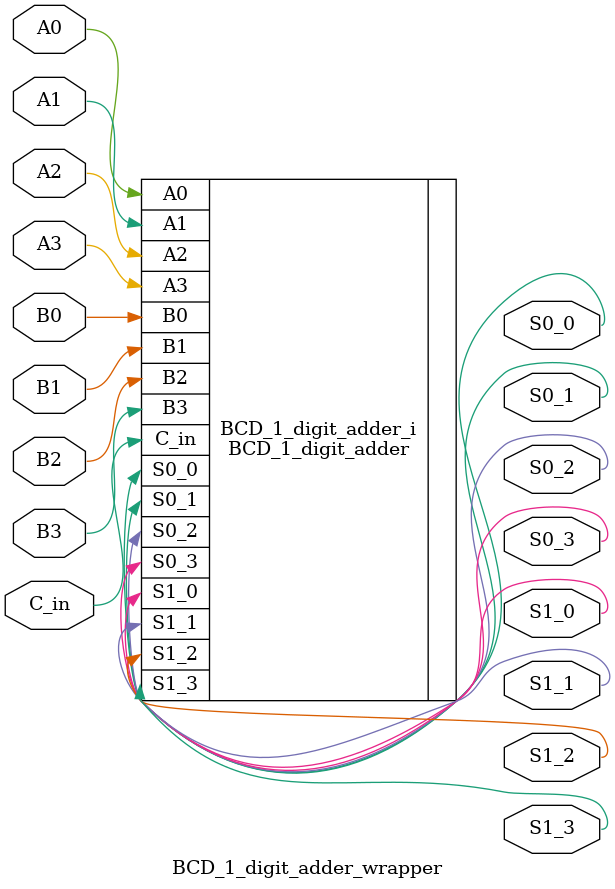
<source format=v>
`timescale 1 ps / 1 ps

module BCD_1_digit_adder_wrapper
   (A0,
    A1,
    A2,
    A3,
    B0,
    B1,
    B2,
    B3,
    C_in,
    S0_0,
    S0_1,
    S0_2,
    S0_3,
    S1_0,
    S1_1,
    S1_2,
    S1_3);
  input [0:0]A0;
  input [0:0]A1;
  input [0:0]A2;
  input [0:0]A3;
  input [0:0]B0;
  input [0:0]B1;
  input [0:0]B2;
  input [0:0]B3;
  input [0:0]C_in;
  output [0:0]S0_0;
  output [0:0]S0_1;
  output [0:0]S0_2;
  output [0:0]S0_3;
  output [0:0]S1_0;
  output [0:0]S1_1;
  output [0:0]S1_2;
  output [0:0]S1_3;

  wire [0:0]A0;
  wire [0:0]A1;
  wire [0:0]A2;
  wire [0:0]A3;
  wire [0:0]B0;
  wire [0:0]B1;
  wire [0:0]B2;
  wire [0:0]B3;
  wire [0:0]C_in;
  wire [0:0]S0_0;
  wire [0:0]S0_1;
  wire [0:0]S0_2;
  wire [0:0]S0_3;
  wire [0:0]S1_0;
  wire [0:0]S1_1;
  wire [0:0]S1_2;
  wire [0:0]S1_3;

  BCD_1_digit_adder BCD_1_digit_adder_i
       (.A0(A0),
        .A1(A1),
        .A2(A2),
        .A3(A3),
        .B0(B0),
        .B1(B1),
        .B2(B2),
        .B3(B3),
        .C_in(C_in),
        .S0_0(S0_0),
        .S0_1(S0_1),
        .S0_2(S0_2),
        .S0_3(S0_3),
        .S1_0(S1_0),
        .S1_1(S1_1),
        .S1_2(S1_2),
        .S1_3(S1_3));
endmodule

</source>
